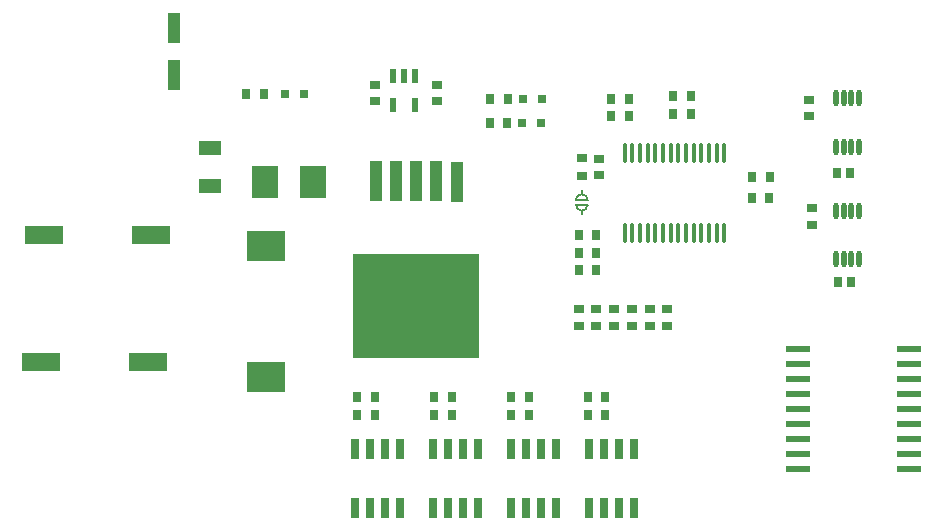
<source format=gtp>
G04 Layer_Color=8421504*
%FSLAX25Y25*%
%MOIN*%
G70*
G01*
G75*
%ADD10C,0.00500*%
%ADD11R,0.02756X0.03543*%
%ADD12R,0.12598X0.05905*%
%ADD13R,0.03543X0.02756*%
%ADD14R,0.03543X0.03150*%
%ADD15R,0.02756X0.03347*%
%ADD16R,0.09016X0.10709*%
%ADD17R,0.07480X0.04724*%
%ADD18R,0.12598X0.09842*%
%ADD19R,0.03150X0.03150*%
%ADD20R,0.07874X0.02362*%
%ADD21O,0.00787X0.01968*%
%ADD22R,0.02835X0.07087*%
%ADD23O,0.01772X0.05512*%
%ADD24O,0.01378X0.07087*%
%ADD25R,0.02362X0.04724*%
%ADD26R,0.04209X0.13780*%
%ADD27R,0.41968X0.35000*%
%ADD28R,0.03937X0.10236*%
D10*
X236221Y307874D02*
G03*
X234152Y309840I-1969J0D01*
G01*
D02*
G03*
X232283Y307874I100J-1966D01*
G01*
Y306299D02*
G03*
X234152Y304333I1969J0D01*
G01*
D02*
G03*
X236221Y306299I100J1966D01*
G01*
X232284Y307874D02*
X236221D01*
X232284Y306299D02*
X236221D01*
D11*
X209623Y341535D02*
D03*
X203717D02*
D03*
X209449Y333465D02*
D03*
X203543D02*
D03*
X242126Y236221D02*
D03*
X236220D02*
D03*
X190945D02*
D03*
X185039D02*
D03*
X128324Y343251D02*
D03*
X122418D02*
D03*
X210630Y236221D02*
D03*
X216535D02*
D03*
X210630Y242126D02*
D03*
X216535D02*
D03*
X159449Y236221D02*
D03*
X165354D02*
D03*
X159449Y242126D02*
D03*
X165354D02*
D03*
X233268Y296260D02*
D03*
X239173D02*
D03*
X233268Y290354D02*
D03*
X239173D02*
D03*
X233268Y284449D02*
D03*
X239173D02*
D03*
X296900Y315415D02*
D03*
X290995D02*
D03*
X296800Y308515D02*
D03*
X290895D02*
D03*
X244094Y335810D02*
D03*
X250000D02*
D03*
X244094Y341535D02*
D03*
X250000D02*
D03*
X270669Y342520D02*
D03*
X264764D02*
D03*
X270669Y336614D02*
D03*
X264764D02*
D03*
X185039Y242126D02*
D03*
X190945D02*
D03*
X236221Y242126D02*
D03*
X242126D02*
D03*
D12*
X55118Y296306D02*
D03*
X90551D02*
D03*
X54134Y253754D02*
D03*
X89567D02*
D03*
D13*
X234252Y315945D02*
D03*
Y321850D02*
D03*
X233268Y265748D02*
D03*
Y271654D02*
D03*
X239173Y265748D02*
D03*
Y271654D02*
D03*
X245079Y265748D02*
D03*
Y271654D02*
D03*
X250984Y265748D02*
D03*
Y271654D02*
D03*
X256890Y265748D02*
D03*
Y271654D02*
D03*
X262795D02*
D03*
Y265748D02*
D03*
D14*
X240158Y321654D02*
D03*
Y316142D02*
D03*
X165354Y340748D02*
D03*
Y346260D02*
D03*
X186024D02*
D03*
Y340748D02*
D03*
X310039Y341339D02*
D03*
Y335827D02*
D03*
X311024Y305118D02*
D03*
Y299606D02*
D03*
D15*
X319291Y316929D02*
D03*
X323819D02*
D03*
X319587Y280512D02*
D03*
X324114D02*
D03*
D16*
X144783Y313976D02*
D03*
X128839D02*
D03*
D17*
X110236Y325197D02*
D03*
Y312598D02*
D03*
D18*
X128937Y292520D02*
D03*
Y248819D02*
D03*
D19*
X141770Y343351D02*
D03*
X135471D02*
D03*
X220866Y341535D02*
D03*
X214567D02*
D03*
X220692Y333465D02*
D03*
X214393D02*
D03*
D20*
X306496Y258189D02*
D03*
Y253189D02*
D03*
Y248189D02*
D03*
Y243189D02*
D03*
Y238189D02*
D03*
Y233189D02*
D03*
Y228189D02*
D03*
Y223189D02*
D03*
Y218189D02*
D03*
X343504Y258189D02*
D03*
Y253189D02*
D03*
Y248189D02*
D03*
Y243189D02*
D03*
Y238189D02*
D03*
Y233189D02*
D03*
Y228189D02*
D03*
Y223189D02*
D03*
Y218189D02*
D03*
D21*
X234252Y303543D02*
D03*
Y310630D02*
D03*
D22*
X251784Y205315D02*
D03*
X246784D02*
D03*
X241784D02*
D03*
X236784D02*
D03*
Y225000D02*
D03*
X241784D02*
D03*
X246784D02*
D03*
X251784D02*
D03*
X225802Y205315D02*
D03*
X220802D02*
D03*
X215802D02*
D03*
X210802D02*
D03*
Y225000D02*
D03*
X215802D02*
D03*
X220802D02*
D03*
X225802D02*
D03*
X199820Y205315D02*
D03*
X194820D02*
D03*
X189821D02*
D03*
X184820D02*
D03*
Y225000D02*
D03*
X189821D02*
D03*
X194820D02*
D03*
X199820D02*
D03*
X173839D02*
D03*
X168839D02*
D03*
X163839D02*
D03*
X158839D02*
D03*
Y205315D02*
D03*
X163839D02*
D03*
X168839D02*
D03*
X173839D02*
D03*
D23*
X318996Y288189D02*
D03*
X321555D02*
D03*
X324114D02*
D03*
X326673D02*
D03*
X318996Y304331D02*
D03*
X321555D02*
D03*
X324114D02*
D03*
X326673D02*
D03*
X318996Y325591D02*
D03*
X321555D02*
D03*
X324114D02*
D03*
X326673D02*
D03*
X318996Y341732D02*
D03*
X321555D02*
D03*
X324114D02*
D03*
X326673D02*
D03*
D24*
X248513Y296829D02*
D03*
X251073D02*
D03*
X253631D02*
D03*
X256190D02*
D03*
X258750D02*
D03*
X261309D02*
D03*
X263868D02*
D03*
X266427D02*
D03*
X268986D02*
D03*
X271545D02*
D03*
X274104D02*
D03*
X276663D02*
D03*
X279222D02*
D03*
X281781D02*
D03*
X248513Y323601D02*
D03*
X251073D02*
D03*
X253631D02*
D03*
X256190D02*
D03*
X258750D02*
D03*
X261309D02*
D03*
X263868D02*
D03*
X266427D02*
D03*
X268986D02*
D03*
X271545D02*
D03*
X274104D02*
D03*
X276663D02*
D03*
X279222D02*
D03*
X281781D02*
D03*
D25*
X178813Y349058D02*
D03*
X175073D02*
D03*
X171333D02*
D03*
Y339609D02*
D03*
X178813D02*
D03*
D26*
X165732Y314173D02*
D03*
X172433D02*
D03*
X179134D02*
D03*
X185835D02*
D03*
X192535Y313780D02*
D03*
D27*
X179134Y272441D02*
D03*
D28*
X98425Y365158D02*
D03*
Y349409D02*
D03*
M02*

</source>
